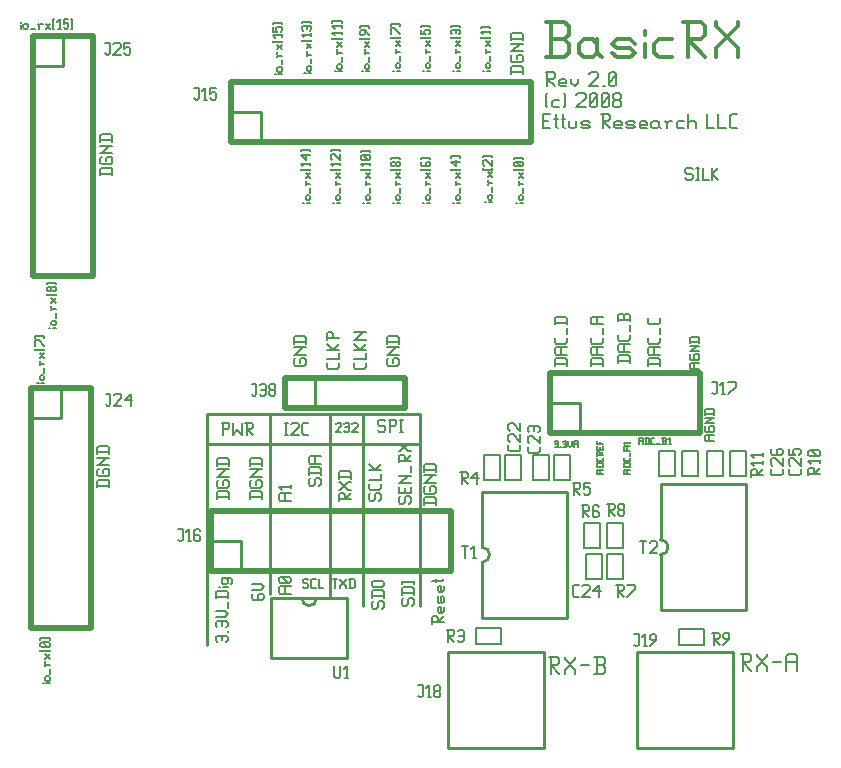
<source format=gbr>
G04 start of page 10 for group -4079 idx -4079
G04 Title: RX Daughterboard, topsilk *
G04 Creator: pcb 20070208 *
G04 CreationDate: Mon Dec 24 21:51:39 2007 UTC *
G04 For: matt *
G04 Format: Gerber/RS-274X *
G04 PCB-Dimensions: 275000 250000 *
G04 PCB-Coordinate-Origin: lower left *
%MOIN*%
%FSLAX24Y24*%
%LNFRONTSILK*%
%ADD11C,0.0100*%
%ADD12C,0.0060*%
%ADD20C,0.0200*%
%ADD29C,0.0119*%
G54D11*X6400Y11400D02*X13500D01*
X10500D02*Y5300D01*
X11600Y11400D02*Y5000D01*
X13500Y11400D02*Y5000D01*
X6400Y10400D02*X13500D01*
X6400Y3700D02*Y11400D01*
X8500D02*Y5400D01*
G54D12*X8850Y8500D02*X9200D01*
X8850D02*X8800Y8550D01*
Y8700D02*Y8550D01*
Y8700D02*X8850Y8750D01*
X9200D01*
X9000D02*Y8500D01*
X9200Y9020D02*Y8920D01*
X8800Y8970D02*X9200D01*
X8900Y8870D02*X8800Y8970D01*
X7830Y8610D02*X8230D01*
X7830Y8760D02*X7880Y8810D01*
X8180D01*
X8230Y8760D02*X8180Y8810D01*
X8230Y8760D02*Y8560D01*
X7830Y8760D02*Y8560D01*
Y9130D02*X7880Y9180D01*
X7830Y9130D02*Y8980D01*
X7880Y8930D02*X7830Y8980D01*
X7880Y8930D02*X8180D01*
X8230Y8980D01*
Y9130D02*Y8980D01*
Y9130D02*X8180Y9180D01*
X8080D02*X8180D01*
X8030Y9130D02*X8080Y9180D01*
X8030Y9130D02*Y9030D01*
X7830Y9300D02*X8230D01*
X7830D02*X7880D01*
X8130Y9550D01*
X7830D02*X8230D01*
X7830Y9720D02*X8230D01*
X7830Y9870D02*X7880Y9920D01*
X8180D01*
X8230Y9870D02*X8180Y9920D01*
X8230Y9870D02*Y9670D01*
X7830Y9870D02*Y9670D01*
X6730Y8610D02*X7130D01*
X6730Y8760D02*X6780Y8810D01*
X7080D01*
X7130Y8760D02*X7080Y8810D01*
X7130Y8760D02*Y8560D01*
X6730Y8760D02*Y8560D01*
Y9130D02*X6780Y9180D01*
X6730Y9130D02*Y8980D01*
X6780Y8930D02*X6730Y8980D01*
X6780Y8930D02*X7080D01*
X7130Y8980D01*
Y9130D02*Y8980D01*
Y9130D02*X7080Y9180D01*
X6980D02*X7080D01*
X6930Y9130D02*X6980Y9180D01*
X6930Y9130D02*Y9030D01*
X6730Y9300D02*X7130D01*
X6730D02*X6780D01*
X7030Y9550D01*
X6730D02*X7130D01*
X6730Y9720D02*X7130D01*
X6730Y9870D02*X6780Y9920D01*
X7080D01*
X7130Y9870D02*X7080Y9920D01*
X7130Y9870D02*Y9670D01*
X6730Y9870D02*Y9670D01*
X6750Y3800D02*X6700Y3850D01*
Y3950D02*Y3850D01*
Y3950D02*X6750Y4000D01*
X7050D01*
X7100Y3950D02*X7050Y4000D01*
X7100Y3950D02*Y3850D01*
X7050Y3800D02*X7100Y3850D01*
X6900Y4000D02*Y3850D01*
X7100Y4170D02*Y4120D01*
X6750Y4290D02*X6700Y4340D01*
Y4440D02*Y4340D01*
Y4440D02*X6750Y4490D01*
X7050D01*
X7100Y4440D02*X7050Y4490D01*
X7100Y4440D02*Y4340D01*
X7050Y4290D02*X7100Y4340D01*
X6900Y4490D02*Y4340D01*
X6700Y4610D02*X7000D01*
X7100Y4710D01*
X7000Y4810D01*
X6700D02*X7000D01*
X7100Y5130D02*Y4930D01*
X6700Y5300D02*X7100D01*
X6700Y5450D02*X6750Y5500D01*
X7050D01*
X7100Y5450D02*X7050Y5500D01*
X7100Y5450D02*Y5250D01*
X6700Y5450D02*Y5250D01*
X6800Y5620D02*X6850D01*
X6950D02*X7100D01*
X6900Y5870D02*X6950Y5920D01*
X6900Y5870D02*Y5770D01*
X6950Y5720D02*X6900Y5770D01*
X6950Y5720D02*X7050D01*
X7100Y5770D01*
Y5870D02*Y5770D01*
Y5870D02*X7050Y5920D01*
X7200Y5720D02*X7250Y5770D01*
Y5870D02*Y5770D01*
Y5870D02*X7200Y5920D01*
X6900D02*X7200D01*
X7900Y5350D02*X7950Y5400D01*
X7900Y5350D02*Y5250D01*
X7950Y5200D02*X7900Y5250D01*
X7950Y5200D02*X8250D01*
X8300Y5250D01*
X8100Y5350D02*X8150Y5400D01*
X8100Y5350D02*Y5200D01*
X8300Y5350D02*Y5250D01*
Y5350D02*X8250Y5400D01*
X8150D02*X8250D01*
X7900Y5520D02*X8200D01*
X8300Y5620D01*
X8200Y5720D01*
X7900D02*X8200D01*
X6950Y11100D02*Y10700D01*
X6900Y11100D02*X7100D01*
X7150Y11050D01*
Y10950D01*
X7100Y10900D02*X7150Y10950D01*
X6950Y10900D02*X7100D01*
X7270Y11100D02*Y10700D01*
X7420Y10850D01*
X7570Y10700D01*
Y11100D02*Y10700D01*
X7690Y11100D02*X7890D01*
X7940Y11050D01*
Y10950D01*
X7890Y10900D02*X7940Y10950D01*
X7740Y10900D02*X7890D01*
X7740Y11100D02*Y10700D01*
Y10900D02*X7940Y10700D01*
X758Y12440D02*X797D01*
X875D02*X992D01*
X875Y12518D02*X953D01*
X875D02*X836Y12557D01*
Y12635D02*Y12557D01*
Y12635D02*X875Y12674D01*
X953D01*
X992Y12635D02*X953Y12674D01*
X992Y12635D02*Y12557D01*
X953Y12518D02*X992Y12557D01*
Y12923D02*Y12767D01*
X875Y13056D02*X992D01*
X875D02*X836Y13095D01*
Y13173D02*Y13095D01*
Y13017D02*X875Y13056D01*
X836Y13267D02*X992Y13423D01*
Y13267D02*X836Y13423D01*
X680Y13555D02*Y13516D01*
X992D01*
Y13555D02*Y13516D01*
Y13649D02*X797Y13844D01*
X680D02*X797D01*
X680D02*Y13649D01*
Y13977D02*Y13938D01*
Y13977D02*X992D01*
Y13938D01*
X210Y24472D02*Y24433D01*
Y24355D02*Y24238D01*
X288Y24355D02*Y24277D01*
Y24355D02*X327Y24394D01*
X405D01*
X444Y24355D01*
Y24277D01*
X405Y24238D02*X444Y24277D01*
X327Y24238D02*X405D01*
X288Y24277D02*X327Y24238D01*
X537D02*X693D01*
X826Y24355D02*Y24238D01*
Y24355D02*X865Y24394D01*
X943D01*
X787D02*X826Y24355D01*
X1037Y24394D02*X1193Y24238D01*
X1037D02*X1193Y24394D01*
X1286Y24550D02*X1325D01*
X1286D02*Y24238D01*
X1325D01*
X1458D02*X1536D01*
X1497Y24550D02*Y24238D01*
X1419Y24472D02*X1497Y24550D01*
X1630D02*X1786D01*
X1630D02*Y24394D01*
X1669Y24433D01*
X1747D01*
X1786Y24394D01*
Y24277D01*
X1747Y24238D02*X1786Y24277D01*
X1669Y24238D02*X1747D01*
X1630Y24277D02*X1669Y24238D01*
X1879Y24550D02*X1918D01*
Y24238D01*
X1879D02*X1918D01*
X938Y2410D02*X977D01*
X1055D02*X1172D01*
X1055Y2488D02*X1133D01*
X1055D02*X1016Y2527D01*
Y2605D02*Y2527D01*
Y2605D02*X1055Y2644D01*
X1133D01*
X1172Y2605D02*X1133Y2644D01*
X1172Y2605D02*Y2527D01*
X1133Y2488D02*X1172Y2527D01*
Y2893D02*Y2737D01*
X1055Y3026D02*X1172D01*
X1055D02*X1016Y3065D01*
Y3143D02*Y3065D01*
Y2987D02*X1055Y3026D01*
X1016Y3237D02*X1172Y3393D01*
Y3237D02*X1016Y3393D01*
X860Y3525D02*Y3486D01*
X1172D01*
Y3525D02*Y3486D01*
X1133Y3619D02*X1172Y3658D01*
X899Y3619D02*X1133D01*
X899D02*X860Y3658D01*
Y3736D02*Y3658D01*
Y3736D02*X899Y3775D01*
X1133D01*
X1172Y3736D02*X1133Y3775D01*
X1172Y3736D02*Y3658D01*
X1094Y3619D02*X938Y3775D01*
X860Y3908D02*Y3869D01*
Y3908D02*X1172D01*
Y3869D01*
X1148Y14270D02*X1187D01*
X1265D02*X1382D01*
X1265Y14348D02*X1343D01*
X1265D02*X1226Y14387D01*
Y14465D02*Y14387D01*
Y14465D02*X1265Y14504D01*
X1343D01*
X1382Y14465D02*X1343Y14504D01*
X1382Y14465D02*Y14387D01*
X1343Y14348D02*X1382Y14387D01*
Y14753D02*Y14597D01*
X1265Y14886D02*X1382D01*
X1265D02*X1226Y14925D01*
Y15003D02*Y14925D01*
Y14847D02*X1265Y14886D01*
X1226Y15097D02*X1382Y15253D01*
Y15097D02*X1226Y15253D01*
X1070Y15385D02*Y15346D01*
X1382D01*
Y15385D02*Y15346D01*
X1343Y15479D02*X1382Y15518D01*
X1265Y15479D02*X1343D01*
X1265D02*X1226Y15518D01*
Y15596D02*Y15518D01*
Y15596D02*X1265Y15635D01*
X1343D01*
X1382Y15596D02*X1343Y15635D01*
X1382Y15596D02*Y15518D01*
X1187Y15479D02*X1226Y15518D01*
X1109Y15479D02*X1187D01*
X1109D02*X1070Y15518D01*
Y15596D02*Y15518D01*
Y15596D02*X1109Y15635D01*
X1187D01*
X1226Y15596D02*X1187Y15635D01*
X1070Y15768D02*Y15729D01*
Y15768D02*X1382D01*
Y15729D01*
X2850Y19400D02*X3250D01*
X2850Y19550D02*X2900Y19600D01*
X3200D01*
X3250Y19550D02*X3200Y19600D01*
X3250Y19550D02*Y19350D01*
X2850Y19550D02*Y19350D01*
Y19920D02*X2900Y19970D01*
X2850Y19920D02*Y19770D01*
X2900Y19720D02*X2850Y19770D01*
X2900Y19720D02*X3200D01*
X3250Y19770D01*
Y19920D02*Y19770D01*
Y19920D02*X3200Y19970D01*
X3100D02*X3200D01*
X3050Y19920D02*X3100Y19970D01*
X3050Y19920D02*Y19820D01*
X2850Y20090D02*X3250D01*
X2850D02*X2900D01*
X3150Y20340D01*
X2850D02*X3250D01*
X2850Y20510D02*X3250D01*
X2850Y20660D02*X2900Y20710D01*
X3200D01*
X3250Y20660D02*X3200Y20710D01*
X3250Y20660D02*Y20460D01*
X2850Y20660D02*Y20460D01*
X2750Y9000D02*X3150D01*
X2750Y9150D02*X2800Y9200D01*
X3100D01*
X3150Y9150D02*X3100Y9200D01*
X3150Y9150D02*Y8950D01*
X2750Y9150D02*Y8950D01*
Y9520D02*X2800Y9570D01*
X2750Y9520D02*Y9370D01*
X2800Y9320D02*X2750Y9370D01*
X2800Y9320D02*X3100D01*
X3150Y9370D01*
Y9520D02*Y9370D01*
Y9520D02*X3100Y9570D01*
X3000D02*X3100D01*
X2950Y9520D02*X3000Y9570D01*
X2950Y9520D02*Y9420D01*
X2750Y9690D02*X3150D01*
X2750D02*X2800D01*
X3050Y9940D01*
X2750D02*X3150D01*
X2750Y10110D02*X3150D01*
X2750Y10260D02*X2800Y10310D01*
X3100D01*
X3150Y10260D02*X3100Y10310D01*
X3150Y10260D02*Y10060D01*
X2750Y10260D02*Y10060D01*
X12800Y8600D02*X12850Y8650D01*
X12800Y8600D02*Y8450D01*
X12850Y8400D02*X12800Y8450D01*
X12850Y8400D02*X12950D01*
X13000Y8450D01*
Y8600D02*Y8450D01*
Y8600D02*X13050Y8650D01*
X13150D01*
X13200Y8600D02*X13150Y8650D01*
X13200Y8600D02*Y8450D01*
X13150Y8400D02*X13200Y8450D01*
X13000Y8920D02*Y8770D01*
X13200Y8970D02*Y8770D01*
X12800D02*X13200D01*
X12800Y8970D02*Y8770D01*
Y9090D02*X13200D01*
X12800D02*X12850D01*
X13100Y9340D01*
X12800D02*X13200D01*
Y9660D02*Y9460D01*
X12800Y9980D02*Y9780D01*
Y9980D02*X12850Y10030D01*
X12950D01*
X13000Y9980D02*X12950Y10030D01*
X13000Y9980D02*Y9830D01*
X12800D02*X13200D01*
X13000D02*X13200Y10030D01*
X12800Y10150D02*X12850D01*
X13100Y10400D01*
X13200D01*
X13100Y10150D02*X13200D01*
X13100D02*X12850Y10400D01*
X12800D02*X12850D01*
X11800Y8700D02*X11850Y8750D01*
X11800Y8700D02*Y8550D01*
X11850Y8500D02*X11800Y8550D01*
X11850Y8500D02*X11950D01*
X12000Y8550D01*
Y8700D02*Y8550D01*
Y8700D02*X12050Y8750D01*
X12150D01*
X12200Y8700D02*X12150Y8750D01*
X12200Y8700D02*Y8550D01*
X12150Y8500D02*X12200Y8550D01*
Y9070D02*Y8920D01*
X12150Y8870D02*X12200Y8920D01*
X11850Y8870D02*X12150D01*
X11850D02*X11800Y8920D01*
Y9070D02*Y8920D01*
Y9190D02*X12200D01*
Y9390D02*Y9190D01*
X11800Y9510D02*X12200D01*
X12000D02*X11800Y9710D01*
X12000Y9510D02*X12200Y9710D01*
X10800Y8700D02*Y8500D01*
Y8700D02*X10850Y8750D01*
X10950D01*
X11000Y8700D02*X10950Y8750D01*
X11000Y8700D02*Y8550D01*
X10800D02*X11200D01*
X11000D02*X11200Y8750D01*
X10800Y8870D02*X10850D01*
X11100Y9120D01*
X11200D01*
X11100Y8870D02*X11200D01*
X11100D02*X10850Y9120D01*
X10800D02*X10850D01*
X10800Y9290D02*X11200D01*
X10800Y9440D02*X10850Y9490D01*
X11150D01*
X11200Y9440D02*X11150Y9490D01*
X11200Y9440D02*Y9240D01*
X10800Y9440D02*Y9240D01*
X12300Y11200D02*X12350Y11150D01*
X12150Y11200D02*X12300D01*
X12100Y11150D02*X12150Y11200D01*
X12100Y11150D02*Y11050D01*
X12150Y11000D01*
X12300D01*
X12350Y10950D01*
Y10850D01*
X12300Y10800D02*X12350Y10850D01*
X12150Y10800D02*X12300D01*
X12100Y10850D02*X12150Y10800D01*
X12520Y11200D02*Y10800D01*
X12470Y11200D02*X12670D01*
X12720Y11150D01*
Y11050D01*
X12670Y11000D02*X12720Y11050D01*
X12520Y11000D02*X12670D01*
X12840Y11200D02*X12940D01*
X12890D02*Y10800D01*
X12840D02*X12940D01*
X8850Y5400D02*X9200D01*
X8850D02*X8800Y5450D01*
Y5600D02*Y5450D01*
Y5600D02*X8850Y5650D01*
X9200D01*
X9000D02*Y5400D01*
X9150Y5770D02*X9200Y5820D01*
X8850Y5770D02*X9150D01*
X8850D02*X8800Y5820D01*
Y5920D02*Y5820D01*
Y5920D02*X8850Y5970D01*
X9150D01*
X9200Y5920D02*X9150Y5970D01*
X9200Y5920D02*Y5820D01*
X9100Y5770D02*X8900Y5970D01*
X13630Y8410D02*X14030D01*
X13630Y8560D02*X13680Y8610D01*
X13980D01*
X14030Y8560D02*X13980Y8610D01*
X14030Y8560D02*Y8360D01*
X13630Y8560D02*Y8360D01*
Y8930D02*X13680Y8980D01*
X13630Y8930D02*Y8780D01*
X13680Y8730D02*X13630Y8780D01*
X13680Y8730D02*X13980D01*
X14030Y8780D01*
Y8930D02*Y8780D01*
Y8930D02*X13980Y8980D01*
X13880D02*X13980D01*
X13830Y8930D02*X13880Y8980D01*
X13830Y8930D02*Y8830D01*
X13630Y9100D02*X14030D01*
X13630D02*X13680D01*
X13930Y9350D01*
X13630D02*X14030D01*
X13630Y9520D02*X14030D01*
X13630Y9670D02*X13680Y9720D01*
X13980D01*
X14030Y9670D02*X13980Y9720D01*
X14030Y9670D02*Y9470D01*
X13630Y9670D02*Y9470D01*
X19428Y9400D02*X19624D01*
X19428D02*X19400Y9428D01*
Y9512D02*Y9428D01*
Y9512D02*X19428Y9540D01*
X19624D01*
X19512D02*Y9400D01*
X19400Y9635D02*X19624D01*
X19400Y9719D02*X19428Y9747D01*
X19596D01*
X19624Y9719D02*X19596Y9747D01*
X19624Y9719D02*Y9607D01*
X19400Y9719D02*Y9607D01*
X19624Y9926D02*Y9842D01*
X19596Y9814D02*X19624Y9842D01*
X19428Y9814D02*X19596D01*
X19428D02*X19400Y9842D01*
Y9926D02*Y9842D01*
Y10105D02*Y9993D01*
Y10105D02*X19428Y10133D01*
X19484D01*
X19512Y10105D02*X19484Y10133D01*
X19512Y10105D02*Y10021D01*
X19400D02*X19624D01*
X19512D02*X19624Y10133D01*
X19512Y10285D02*Y10201D01*
X19624Y10313D02*Y10201D01*
X19400D02*X19624D01*
X19400Y10313D02*Y10201D01*
Y10380D02*X19624D01*
X19400Y10492D02*Y10380D01*
X19512Y10464D02*Y10380D01*
X20800Y10572D02*Y10376D01*
Y10572D02*X20828Y10600D01*
X20912D01*
X20940Y10572D01*
Y10376D01*
X20800Y10488D02*X20940D01*
X21035Y10600D02*Y10376D01*
X21119Y10600D02*X21147Y10572D01*
Y10404D01*
X21119Y10376D02*X21147Y10404D01*
X21007Y10376D02*X21119D01*
X21007Y10600D02*X21119D01*
X21242Y10376D02*X21326D01*
X21214Y10404D02*X21242Y10376D01*
X21214Y10572D02*Y10404D01*
Y10572D02*X21242Y10600D01*
X21326D01*
X21393Y10376D02*X21505D01*
X21573D02*X21685D01*
X21713Y10404D01*
Y10460D02*Y10404D01*
X21685Y10488D02*X21713Y10460D01*
X21601Y10488D02*X21685D01*
X21601Y10600D02*Y10376D01*
X21573Y10600D02*X21685D01*
X21713Y10572D01*
Y10516D01*
X21685Y10488D02*X21713Y10516D01*
X21808Y10376D02*X21864D01*
X21836Y10600D02*Y10376D01*
X21780Y10544D02*X21836Y10600D01*
X18000Y10472D02*X18028Y10500D01*
X18084D01*
X18112Y10472D01*
Y10304D01*
X18084Y10276D02*X18112Y10304D01*
X18028Y10276D02*X18084D01*
X18000Y10304D02*X18028Y10276D01*
Y10388D02*X18112D01*
X18179Y10276D02*X18207D01*
X18274Y10472D02*X18302Y10500D01*
X18358D01*
X18386Y10472D01*
Y10304D01*
X18358Y10276D02*X18386Y10304D01*
X18302Y10276D02*X18358D01*
X18274Y10304D02*X18302Y10276D01*
Y10388D02*X18386D01*
X18453Y10500D02*Y10332D01*
X18509Y10276D01*
X18565Y10332D01*
Y10500D02*Y10332D01*
X18633Y10472D02*Y10276D01*
Y10472D02*X18661Y10500D01*
X18745D01*
X18773Y10472D01*
Y10276D01*
X18633Y10388D02*X18773D01*
X20328Y9400D02*X20524D01*
X20328D02*X20300Y9428D01*
Y9512D02*Y9428D01*
Y9512D02*X20328Y9540D01*
X20524D01*
X20412D02*Y9400D01*
X20300Y9635D02*X20524D01*
X20300Y9719D02*X20328Y9747D01*
X20496D01*
X20524Y9719D02*X20496Y9747D01*
X20524Y9719D02*Y9607D01*
X20300Y9719D02*Y9607D01*
X20524Y9926D02*Y9842D01*
X20496Y9814D02*X20524Y9842D01*
X20328Y9814D02*X20496D01*
X20328D02*X20300Y9842D01*
Y9926D02*Y9842D01*
X20524Y10105D02*Y9993D01*
X20328Y10173D02*X20524D01*
X20328D02*X20300Y10201D01*
Y10285D02*Y10201D01*
Y10285D02*X20328Y10313D01*
X20524D01*
X20412D02*Y10173D01*
X20524Y10464D02*Y10408D01*
X20300Y10436D02*X20524D01*
X20356Y10380D02*X20300Y10436D01*
X9800Y9200D02*X9850Y9250D01*
X9800Y9200D02*Y9050D01*
X9850Y9000D02*X9800Y9050D01*
X9850Y9000D02*X9950D01*
X10000Y9050D01*
Y9200D02*Y9050D01*
Y9200D02*X10050Y9250D01*
X10150D01*
X10200Y9200D02*X10150Y9250D01*
X10200Y9200D02*Y9050D01*
X10150Y9000D02*X10200Y9050D01*
X9800Y9420D02*X10200D01*
X9800Y9570D02*X9850Y9620D01*
X10150D01*
X10200Y9570D02*X10150Y9620D01*
X10200Y9570D02*Y9370D01*
X9800Y9570D02*Y9370D01*
X9850Y9740D02*X10200D01*
X9850D02*X9800Y9790D01*
Y9940D02*Y9790D01*
Y9940D02*X9850Y9990D01*
X10200D01*
X10000D02*Y9740D01*
X10700Y11061D02*X10739Y11100D01*
X10856D01*
X10895Y11061D01*
Y10983D01*
X10700Y10788D02*X10895Y10983D01*
X10700Y10788D02*X10895D01*
X10988Y11061D02*X11027Y11100D01*
X11105D01*
X11144Y11061D01*
Y10827D01*
X11105Y10788D02*X11144Y10827D01*
X11027Y10788D02*X11105D01*
X10988Y10827D02*X11027Y10788D01*
Y10944D02*X11144D01*
X11238Y11061D02*X11277Y11100D01*
X11394D01*
X11433Y11061D01*
Y10983D01*
X11238Y10788D02*X11433Y10983D01*
X11238Y10788D02*X11433D01*
X9000Y11100D02*X9100D01*
X9050D02*Y10700D01*
X9000D02*X9100D01*
X9220Y11050D02*X9270Y11100D01*
X9420D01*
X9470Y11050D01*
Y10950D01*
X9220Y10700D02*X9470Y10950D01*
X9220Y10700D02*X9470D01*
X9640D02*X9790D01*
X9590Y10750D02*X9640Y10700D01*
X9590Y11050D02*Y10750D01*
Y11050D02*X9640Y11100D01*
X9790D01*
X12400Y13200D02*X12450Y13250D01*
X12400Y13200D02*Y13050D01*
X12450Y13000D02*X12400Y13050D01*
X12450Y13000D02*X12750D01*
X12800Y13050D01*
Y13200D02*Y13050D01*
Y13200D02*X12750Y13250D01*
X12650D02*X12750D01*
X12600Y13200D02*X12650Y13250D01*
X12600Y13200D02*Y13100D01*
X12400Y13370D02*X12800D01*
X12400D02*X12450D01*
X12700Y13620D01*
X12400D02*X12800D01*
X12400Y13790D02*X12800D01*
X12400Y13940D02*X12450Y13990D01*
X12750D01*
X12800Y13940D02*X12750Y13990D01*
X12800Y13940D02*Y13740D01*
X12400Y13940D02*Y13740D01*
X22539Y12900D02*X22812D01*
X22539D02*X22500Y12939D01*
Y13056D02*Y12939D01*
Y13056D02*X22539Y13095D01*
X22812D01*
X22656D02*Y12900D01*
X22500Y13344D02*X22539Y13383D01*
X22500Y13344D02*Y13227D01*
X22539Y13188D02*X22500Y13227D01*
X22539Y13188D02*X22773D01*
X22812Y13227D01*
Y13344D02*Y13227D01*
Y13344D02*X22773Y13383D01*
X22695D02*X22773D01*
X22656Y13344D02*X22695Y13383D01*
X22656Y13344D02*Y13266D01*
X22500Y13477D02*X22812D01*
X22500D02*X22539D01*
X22734Y13672D01*
X22500D02*X22812D01*
X22500Y13805D02*X22812D01*
X22500Y13922D02*X22539Y13961D01*
X22773D01*
X22812Y13922D02*X22773Y13961D01*
X22812Y13922D02*Y13766D01*
X22500Y13922D02*Y13766D01*
X20100Y13150D02*X20500D01*
X20100Y13300D02*X20150Y13350D01*
X20450D01*
X20500Y13300D02*X20450Y13350D01*
X20500Y13300D02*Y13100D01*
X20100Y13300D02*Y13100D01*
X20150Y13470D02*X20500D01*
X20150D02*X20100Y13520D01*
Y13670D02*Y13520D01*
Y13670D02*X20150Y13720D01*
X20500D01*
X20300D02*Y13470D01*
X20500Y14040D02*Y13890D01*
X20450Y13840D02*X20500Y13890D01*
X20150Y13840D02*X20450D01*
X20150D02*X20100Y13890D01*
Y14040D02*Y13890D01*
X20500Y14360D02*Y14160D01*
Y14680D02*Y14480D01*
Y14680D02*X20450Y14730D01*
X20350D02*X20450D01*
X20300Y14680D02*X20350Y14730D01*
X20300Y14680D02*Y14530D01*
X20100D02*X20500D01*
X20100Y14680D02*Y14480D01*
Y14680D02*X20150Y14730D01*
X20250D01*
X20300Y14680D02*X20250Y14730D01*
X19200Y13050D02*X19600D01*
X19200Y13200D02*X19250Y13250D01*
X19550D01*
X19600Y13200D02*X19550Y13250D01*
X19600Y13200D02*Y13000D01*
X19200Y13200D02*Y13000D01*
X19250Y13370D02*X19600D01*
X19250D02*X19200Y13420D01*
Y13570D02*Y13420D01*
Y13570D02*X19250Y13620D01*
X19600D01*
X19400D02*Y13370D01*
X19600Y13940D02*Y13790D01*
X19550Y13740D02*X19600Y13790D01*
X19250Y13740D02*X19550D01*
X19250D02*X19200Y13790D01*
Y13940D02*Y13790D01*
X19600Y14260D02*Y14060D01*
X19250Y14380D02*X19600D01*
X19250D02*X19200Y14430D01*
Y14580D02*Y14430D01*
Y14580D02*X19250Y14630D01*
X19600D01*
X19400D02*Y14380D01*
X18000Y13050D02*X18400D01*
X18000Y13200D02*X18050Y13250D01*
X18350D01*
X18400Y13200D02*X18350Y13250D01*
X18400Y13200D02*Y13000D01*
X18000Y13200D02*Y13000D01*
X18050Y13370D02*X18400D01*
X18050D02*X18000Y13420D01*
Y13570D02*Y13420D01*
Y13570D02*X18050Y13620D01*
X18400D01*
X18200D02*Y13370D01*
X18400Y13940D02*Y13790D01*
X18350Y13740D02*X18400Y13790D01*
X18050Y13740D02*X18350D01*
X18050D02*X18000Y13790D01*
Y13940D02*Y13790D01*
X18400Y14260D02*Y14060D01*
X18000Y14430D02*X18400D01*
X18000Y14580D02*X18050Y14630D01*
X18350D01*
X18400Y14580D02*X18350Y14630D01*
X18400Y14580D02*Y14380D01*
X18000Y14580D02*Y14380D01*
X21100Y13050D02*X21500D01*
X21100Y13200D02*X21150Y13250D01*
X21450D01*
X21500Y13200D02*X21450Y13250D01*
X21500Y13200D02*Y13000D01*
X21100Y13200D02*Y13000D01*
X21150Y13370D02*X21500D01*
X21150D02*X21100Y13420D01*
Y13570D02*Y13420D01*
Y13570D02*X21150Y13620D01*
X21500D01*
X21300D02*Y13370D01*
X21500Y13940D02*Y13790D01*
X21450Y13740D02*X21500Y13790D01*
X21150Y13740D02*X21450D01*
X21150D02*X21100Y13790D01*
Y13940D02*Y13790D01*
X21500Y14260D02*Y14060D01*
Y14580D02*Y14430D01*
X21450Y14380D02*X21500Y14430D01*
X21150Y14380D02*X21450D01*
X21150D02*X21100Y14430D01*
Y14580D02*Y14430D01*
X15688Y18460D02*X15727D01*
X15805D02*X15922D01*
X15805Y18538D02*X15883D01*
X15805D02*X15766Y18577D01*
Y18655D02*Y18577D01*
Y18655D02*X15805Y18694D01*
X15883D01*
X15922Y18655D02*X15883Y18694D01*
X15922Y18655D02*Y18577D01*
X15883Y18538D02*X15922Y18577D01*
Y18943D02*Y18787D01*
X15805Y19076D02*X15922D01*
X15805D02*X15766Y19115D01*
Y19193D02*Y19115D01*
Y19037D02*X15805Y19076D01*
X15766Y19287D02*X15922Y19443D01*
Y19287D02*X15766Y19443D01*
X15610Y19575D02*Y19536D01*
X15922D01*
Y19575D02*Y19536D01*
X15649Y19669D02*X15610Y19708D01*
Y19825D02*Y19708D01*
Y19825D02*X15649Y19864D01*
X15727D01*
X15922Y19669D02*X15727Y19864D01*
X15922D02*Y19669D01*
X15610Y19997D02*Y19958D01*
Y19997D02*X15922D01*
Y19958D01*
X12618Y18440D02*X12657D01*
X12735D02*X12852D01*
X12735Y18518D02*X12813D01*
X12735D02*X12696Y18557D01*
Y18635D02*Y18557D01*
Y18635D02*X12735Y18674D01*
X12813D01*
X12852Y18635D02*X12813Y18674D01*
X12852Y18635D02*Y18557D01*
X12813Y18518D02*X12852Y18557D01*
Y18923D02*Y18767D01*
X12735Y19056D02*X12852D01*
X12735D02*X12696Y19095D01*
Y19173D02*Y19095D01*
Y19017D02*X12735Y19056D01*
X12696Y19267D02*X12852Y19423D01*
Y19267D02*X12696Y19423D01*
X12540Y19555D02*Y19516D01*
X12852D01*
Y19555D02*Y19516D01*
X12813Y19649D02*X12852Y19688D01*
X12735Y19649D02*X12813D01*
X12735D02*X12696Y19688D01*
Y19766D02*Y19688D01*
Y19766D02*X12735Y19805D01*
X12813D01*
X12852Y19766D02*X12813Y19805D01*
X12852Y19766D02*Y19688D01*
X12657Y19649D02*X12696Y19688D01*
X12579Y19649D02*X12657D01*
X12579D02*X12540Y19688D01*
Y19766D02*Y19688D01*
Y19766D02*X12579Y19805D01*
X12657D01*
X12696Y19766D02*X12657Y19805D01*
X12540Y19938D02*Y19899D01*
Y19938D02*X12852D01*
Y19899D01*
X13618Y18440D02*X13657D01*
X13735D02*X13852D01*
X13735Y18518D02*X13813D01*
X13735D02*X13696Y18557D01*
Y18635D02*Y18557D01*
Y18635D02*X13735Y18674D01*
X13813D01*
X13852Y18635D02*X13813Y18674D01*
X13852Y18635D02*Y18557D01*
X13813Y18518D02*X13852Y18557D01*
Y18923D02*Y18767D01*
X13735Y19056D02*X13852D01*
X13735D02*X13696Y19095D01*
Y19173D02*Y19095D01*
Y19017D02*X13735Y19056D01*
X13696Y19267D02*X13852Y19423D01*
Y19267D02*X13696Y19423D01*
X13540Y19555D02*Y19516D01*
X13852D01*
Y19555D02*Y19516D01*
X13540Y19766D02*X13579Y19805D01*
X13540Y19766D02*Y19688D01*
X13579Y19649D02*X13540Y19688D01*
X13579Y19649D02*X13813D01*
X13852Y19688D01*
X13696Y19766D02*X13735Y19805D01*
X13696Y19766D02*Y19649D01*
X13852Y19766D02*Y19688D01*
Y19766D02*X13813Y19805D01*
X13735D02*X13813D01*
X13540Y19938D02*Y19899D01*
Y19938D02*X13852D01*
Y19899D01*
X14618Y18440D02*X14657D01*
X14735D02*X14852D01*
X14735Y18518D02*X14813D01*
X14735D02*X14696Y18557D01*
Y18635D02*Y18557D01*
Y18635D02*X14735Y18674D01*
X14813D01*
X14852Y18635D02*X14813Y18674D01*
X14852Y18635D02*Y18557D01*
X14813Y18518D02*X14852Y18557D01*
Y18923D02*Y18767D01*
X14735Y19056D02*X14852D01*
X14735D02*X14696Y19095D01*
Y19173D02*Y19095D01*
Y19017D02*X14735Y19056D01*
X14696Y19267D02*X14852Y19423D01*
Y19267D02*X14696Y19423D01*
X14540Y19555D02*Y19516D01*
X14852D01*
Y19555D02*Y19516D01*
X14696Y19649D02*X14540Y19805D01*
X14696Y19844D02*Y19649D01*
X14540Y19805D02*X14852D01*
X14540Y19977D02*Y19938D01*
Y19977D02*X14852D01*
Y19938D01*
X16718Y18440D02*X16757D01*
X16835D02*X16952D01*
X16835Y18518D02*X16913D01*
X16835D02*X16796Y18557D01*
Y18635D02*Y18557D01*
Y18635D02*X16835Y18674D01*
X16913D01*
X16952Y18635D02*X16913Y18674D01*
X16952Y18635D02*Y18557D01*
X16913Y18518D02*X16952Y18557D01*
Y18923D02*Y18767D01*
X16835Y19056D02*X16952D01*
X16835D02*X16796Y19095D01*
Y19173D02*Y19095D01*
Y19017D02*X16835Y19056D01*
X16796Y19267D02*X16952Y19423D01*
Y19267D02*X16796Y19423D01*
X16640Y19555D02*Y19516D01*
X16952D01*
Y19555D02*Y19516D01*
X16913Y19649D02*X16952Y19688D01*
X16679Y19649D02*X16913D01*
X16679D02*X16640Y19688D01*
Y19766D02*Y19688D01*
Y19766D02*X16679Y19805D01*
X16913D01*
X16952Y19766D02*X16913Y19805D01*
X16952Y19766D02*Y19688D01*
X16874Y19649D02*X16718Y19805D01*
X16640Y19938D02*Y19899D01*
Y19938D02*X16952D01*
Y19899D01*
X10800Y13100D02*Y12950D01*
X10750Y12900D02*X10800Y12950D01*
X10450Y12900D02*X10750D01*
X10450D02*X10400Y12950D01*
Y13100D02*Y12950D01*
Y13220D02*X10800D01*
Y13420D02*Y13220D01*
X10400Y13540D02*X10800D01*
X10600D02*X10400Y13740D01*
X10600Y13540D02*X10800Y13740D01*
X10400Y13910D02*X10800D01*
X10400Y14060D02*Y13860D01*
Y14060D02*X10450Y14110D01*
X10550D01*
X10600Y14060D02*X10550Y14110D01*
X10600Y14060D02*Y13910D01*
X11700Y13100D02*Y12950D01*
X11650Y12900D02*X11700Y12950D01*
X11350Y12900D02*X11650D01*
X11350D02*X11300Y12950D01*
Y13100D02*Y12950D01*
Y13220D02*X11700D01*
Y13420D02*Y13220D01*
X11300Y13540D02*X11700D01*
X11500D02*X11300Y13740D01*
X11500Y13540D02*X11700Y13740D01*
X11300Y13860D02*X11700D01*
X11300D02*X11350D01*
X11600Y14110D01*
X11300D02*X11700D01*
X9300Y13200D02*X9350Y13250D01*
X9300Y13200D02*Y13050D01*
X9350Y13000D02*X9300Y13050D01*
X9350Y13000D02*X9650D01*
X9700Y13050D01*
Y13200D02*Y13050D01*
Y13200D02*X9650Y13250D01*
X9550D02*X9650D01*
X9500Y13200D02*X9550Y13250D01*
X9500Y13200D02*Y13100D01*
X9300Y13370D02*X9700D01*
X9300D02*X9350D01*
X9600Y13620D01*
X9300D02*X9700D01*
X9300Y13790D02*X9700D01*
X9300Y13940D02*X9350Y13990D01*
X9650D01*
X9700Y13940D02*X9650Y13990D01*
X9700Y13940D02*Y13740D01*
X9300Y13940D02*Y13740D01*
X14618Y22840D02*X14657D01*
X14735D02*X14852D01*
X14735Y22918D02*X14813D01*
X14735D02*X14696Y22957D01*
Y23035D02*Y22957D01*
Y23035D02*X14735Y23074D01*
X14813D01*
X14852Y23035D02*X14813Y23074D01*
X14852Y23035D02*Y22957D01*
X14813Y22918D02*X14852Y22957D01*
Y23323D02*Y23167D01*
X14735Y23456D02*X14852D01*
X14735D02*X14696Y23495D01*
Y23573D02*Y23495D01*
Y23417D02*X14735Y23456D01*
X14696Y23667D02*X14852Y23823D01*
Y23667D02*X14696Y23823D01*
X14540Y23955D02*Y23916D01*
X14852D01*
Y23955D02*Y23916D01*
X14579Y24049D02*X14540Y24088D01*
Y24166D02*Y24088D01*
Y24166D02*X14579Y24205D01*
X14813D01*
X14852Y24166D02*X14813Y24205D01*
X14852Y24166D02*Y24088D01*
X14813Y24049D02*X14852Y24088D01*
X14696Y24205D02*Y24088D01*
X14540Y24338D02*Y24299D01*
Y24338D02*X14852D01*
Y24299D01*
X13618Y22840D02*X13657D01*
X13735D02*X13852D01*
X13735Y22918D02*X13813D01*
X13735D02*X13696Y22957D01*
Y23035D02*Y22957D01*
Y23035D02*X13735Y23074D01*
X13813D01*
X13852Y23035D02*X13813Y23074D01*
X13852Y23035D02*Y22957D01*
X13813Y22918D02*X13852Y22957D01*
Y23323D02*Y23167D01*
X13735Y23456D02*X13852D01*
X13735D02*X13696Y23495D01*
Y23573D02*Y23495D01*
Y23417D02*X13735Y23456D01*
X13696Y23667D02*X13852Y23823D01*
Y23667D02*X13696Y23823D01*
X13540Y23955D02*Y23916D01*
X13852D01*
Y23955D02*Y23916D01*
X13540Y24205D02*Y24049D01*
X13696D01*
X13657Y24088D01*
Y24166D02*Y24088D01*
Y24166D02*X13696Y24205D01*
X13813D01*
X13852Y24166D02*X13813Y24205D01*
X13852Y24166D02*Y24088D01*
X13813Y24049D02*X13852Y24088D01*
X13540Y24338D02*Y24299D01*
Y24338D02*X13852D01*
Y24299D01*
X12618Y22840D02*X12657D01*
X12735D02*X12852D01*
X12735Y22918D02*X12813D01*
X12735D02*X12696Y22957D01*
Y23035D02*Y22957D01*
Y23035D02*X12735Y23074D01*
X12813D01*
X12852Y23035D02*X12813Y23074D01*
X12852Y23035D02*Y22957D01*
X12813Y22918D02*X12852Y22957D01*
Y23323D02*Y23167D01*
X12735Y23456D02*X12852D01*
X12735D02*X12696Y23495D01*
Y23573D02*Y23495D01*
Y23417D02*X12735Y23456D01*
X12696Y23667D02*X12852Y23823D01*
Y23667D02*X12696Y23823D01*
X12540Y23955D02*Y23916D01*
X12852D01*
Y23955D02*Y23916D01*
Y24049D02*X12657Y24244D01*
X12540D02*X12657D01*
X12540D02*Y24049D01*
Y24377D02*Y24338D01*
Y24377D02*X12852D01*
Y24338D01*
X11588Y22810D02*X11627D01*
X11705D02*X11822D01*
X11705Y22888D02*X11783D01*
X11705D02*X11666Y22927D01*
Y23005D02*Y22927D01*
Y23005D02*X11705Y23044D01*
X11783D01*
X11822Y23005D02*X11783Y23044D01*
X11822Y23005D02*Y22927D01*
X11783Y22888D02*X11822Y22927D01*
Y23293D02*Y23137D01*
X11705Y23426D02*X11822D01*
X11705D02*X11666Y23465D01*
Y23543D02*Y23465D01*
Y23387D02*X11705Y23426D01*
X11666Y23637D02*X11822Y23793D01*
Y23637D02*X11666Y23793D01*
X11510Y23925D02*Y23886D01*
X11822D01*
Y23925D02*Y23886D01*
Y24019D02*X11666Y24175D01*
X11549D02*X11666D01*
X11510Y24136D02*X11549Y24175D01*
X11510Y24136D02*Y24058D01*
X11549Y24019D02*X11510Y24058D01*
X11549Y24019D02*X11627D01*
X11666Y24058D01*
Y24175D02*Y24058D01*
X11510Y24308D02*Y24269D01*
Y24308D02*X11822D01*
Y24269D01*
X15618Y22840D02*X15657D01*
X15735D02*X15852D01*
X15735Y22918D02*X15813D01*
X15735D02*X15696Y22957D01*
Y23035D02*Y22957D01*
Y23035D02*X15735Y23074D01*
X15813D01*
X15852Y23035D02*X15813Y23074D01*
X15852Y23035D02*Y22957D01*
X15813Y22918D02*X15852Y22957D01*
Y23323D02*Y23167D01*
X15735Y23456D02*X15852D01*
X15735D02*X15696Y23495D01*
Y23573D02*Y23495D01*
Y23417D02*X15735Y23456D01*
X15696Y23667D02*X15852Y23823D01*
Y23667D02*X15696Y23823D01*
X15540Y23955D02*Y23916D01*
X15852D01*
Y23955D02*Y23916D01*
Y24166D02*Y24088D01*
X15540Y24127D02*X15852D01*
X15618Y24049D02*X15540Y24127D01*
Y24299D02*Y24260D01*
Y24299D02*X15852D01*
Y24260D01*
X16540Y22790D02*X16940D01*
X16540Y22940D02*X16590Y22990D01*
X16890D01*
X16940Y22940D02*X16890Y22990D01*
X16940Y22940D02*Y22740D01*
X16540Y22940D02*Y22740D01*
Y23310D02*X16590Y23360D01*
X16540Y23310D02*Y23160D01*
X16590Y23110D02*X16540Y23160D01*
X16590Y23110D02*X16890D01*
X16940Y23160D01*
Y23310D02*Y23160D01*
Y23310D02*X16890Y23360D01*
X16790D02*X16890D01*
X16740Y23310D02*X16790Y23360D01*
X16740Y23310D02*Y23210D01*
X16540Y23480D02*X16940D01*
X16540D02*X16590D01*
X16840Y23730D01*
X16540D02*X16940D01*
X16540Y23900D02*X16940D01*
X16540Y24050D02*X16590Y24100D01*
X16890D01*
X16940Y24050D02*X16890Y24100D01*
X16940Y24050D02*Y23850D01*
X16540Y24050D02*Y23850D01*
X10668Y22810D02*X10707D01*
X10785D02*X10902D01*
X10785Y22888D02*X10863D01*
X10785D02*X10746Y22927D01*
Y23005D02*Y22927D01*
Y23005D02*X10785Y23044D01*
X10863D01*
X10902Y23005D02*X10863Y23044D01*
X10902Y23005D02*Y22927D01*
X10863Y22888D02*X10902Y22927D01*
Y23293D02*Y23137D01*
X10785Y23426D02*X10902D01*
X10785D02*X10746Y23465D01*
Y23543D02*Y23465D01*
Y23387D02*X10785Y23426D01*
X10746Y23637D02*X10902Y23793D01*
Y23637D02*X10746Y23793D01*
X10590Y23925D02*Y23886D01*
X10902D01*
Y23925D02*Y23886D01*
Y24136D02*Y24058D01*
X10590Y24097D02*X10902D01*
X10668Y24019D02*X10590Y24097D01*
X10902Y24347D02*Y24269D01*
X10590Y24308D02*X10902D01*
X10668Y24230D02*X10590Y24308D01*
Y24479D02*Y24440D01*
Y24479D02*X10902D01*
Y24440D01*
X11618Y18440D02*X11657D01*
X11735D02*X11852D01*
X11735Y18518D02*X11813D01*
X11735D02*X11696Y18557D01*
Y18635D02*Y18557D01*
Y18635D02*X11735Y18674D01*
X11813D01*
X11852Y18635D02*X11813Y18674D01*
X11852Y18635D02*Y18557D01*
X11813Y18518D02*X11852Y18557D01*
Y18923D02*Y18767D01*
X11735Y19056D02*X11852D01*
X11735D02*X11696Y19095D01*
Y19173D02*Y19095D01*
Y19017D02*X11735Y19056D01*
X11696Y19267D02*X11852Y19423D01*
Y19267D02*X11696Y19423D01*
X11540Y19555D02*Y19516D01*
X11852D01*
Y19555D02*Y19516D01*
Y19766D02*Y19688D01*
X11540Y19727D02*X11852D01*
X11618Y19649D02*X11540Y19727D01*
X11813Y19860D02*X11852Y19899D01*
X11579Y19860D02*X11813D01*
X11579D02*X11540Y19899D01*
Y19977D02*Y19899D01*
Y19977D02*X11579Y20016D01*
X11813D01*
X11852Y19977D02*X11813Y20016D01*
X11852Y19977D02*Y19899D01*
X11774Y19860D02*X11618Y20016D01*
X11540Y20148D02*Y20109D01*
Y20148D02*X11852D01*
Y20109D01*
X10618Y18440D02*X10657D01*
X10735D02*X10852D01*
X10735Y18518D02*X10813D01*
X10735D02*X10696Y18557D01*
Y18635D02*Y18557D01*
Y18635D02*X10735Y18674D01*
X10813D01*
X10852Y18635D02*X10813Y18674D01*
X10852Y18635D02*Y18557D01*
X10813Y18518D02*X10852Y18557D01*
Y18923D02*Y18767D01*
X10735Y19056D02*X10852D01*
X10735D02*X10696Y19095D01*
Y19173D02*Y19095D01*
Y19017D02*X10735Y19056D01*
X10696Y19267D02*X10852Y19423D01*
Y19267D02*X10696Y19423D01*
X10540Y19555D02*Y19516D01*
X10852D01*
Y19555D02*Y19516D01*
Y19766D02*Y19688D01*
X10540Y19727D02*X10852D01*
X10618Y19649D02*X10540Y19727D01*
X10579Y19860D02*X10540Y19899D01*
Y20016D02*Y19899D01*
Y20016D02*X10579Y20055D01*
X10657D01*
X10852Y19860D02*X10657Y20055D01*
X10852D02*Y19860D01*
X10540Y20187D02*Y20148D01*
Y20187D02*X10852D01*
Y20148D01*
X9658Y22750D02*X9697D01*
X9775D02*X9892D01*
X9775Y22828D02*X9853D01*
X9775D02*X9736Y22867D01*
Y22945D02*Y22867D01*
Y22945D02*X9775Y22984D01*
X9853D01*
X9892Y22945D02*X9853Y22984D01*
X9892Y22945D02*Y22867D01*
X9853Y22828D02*X9892Y22867D01*
Y23233D02*Y23077D01*
X9775Y23366D02*X9892D01*
X9775D02*X9736Y23405D01*
Y23483D02*Y23405D01*
Y23327D02*X9775Y23366D01*
X9736Y23577D02*X9892Y23733D01*
Y23577D02*X9736Y23733D01*
X9580Y23865D02*Y23826D01*
X9892D01*
Y23865D02*Y23826D01*
Y24076D02*Y23998D01*
X9580Y24037D02*X9892D01*
X9658Y23959D02*X9580Y24037D01*
X9619Y24170D02*X9580Y24209D01*
Y24287D02*Y24209D01*
Y24287D02*X9619Y24326D01*
X9853D01*
X9892Y24287D02*X9853Y24326D01*
X9892Y24287D02*Y24209D01*
X9853Y24170D02*X9892Y24209D01*
X9736Y24326D02*Y24209D01*
X9580Y24458D02*Y24419D01*
Y24458D02*X9892D01*
Y24419D01*
X9618Y18440D02*X9657D01*
X9735D02*X9852D01*
X9735Y18518D02*X9813D01*
X9735D02*X9696Y18557D01*
Y18635D02*Y18557D01*
Y18635D02*X9735Y18674D01*
X9813D01*
X9852Y18635D02*X9813Y18674D01*
X9852Y18635D02*Y18557D01*
X9813Y18518D02*X9852Y18557D01*
Y18923D02*Y18767D01*
X9735Y19056D02*X9852D01*
X9735D02*X9696Y19095D01*
Y19173D02*Y19095D01*
Y19017D02*X9735Y19056D01*
X9696Y19267D02*X9852Y19423D01*
Y19267D02*X9696Y19423D01*
X9540Y19555D02*Y19516D01*
X9852D01*
Y19555D02*Y19516D01*
Y19766D02*Y19688D01*
X9540Y19727D02*X9852D01*
X9618Y19649D02*X9540Y19727D01*
X9696Y19860D02*X9540Y20016D01*
X9696Y20055D02*Y19860D01*
X9540Y20016D02*X9852D01*
X9540Y20187D02*Y20148D01*
Y20187D02*X9852D01*
Y20148D01*
X8678Y22720D02*X8717D01*
X8795D02*X8912D01*
X8795Y22798D02*X8873D01*
X8795D02*X8756Y22837D01*
Y22915D02*Y22837D01*
Y22915D02*X8795Y22954D01*
X8873D01*
X8912Y22915D02*X8873Y22954D01*
X8912Y22915D02*Y22837D01*
X8873Y22798D02*X8912Y22837D01*
Y23203D02*Y23047D01*
X8795Y23336D02*X8912D01*
X8795D02*X8756Y23375D01*
Y23453D02*Y23375D01*
Y23297D02*X8795Y23336D01*
X8756Y23547D02*X8912Y23703D01*
Y23547D02*X8756Y23703D01*
X8600Y23835D02*Y23796D01*
X8912D01*
Y23835D02*Y23796D01*
Y24046D02*Y23968D01*
X8600Y24007D02*X8912D01*
X8678Y23929D02*X8600Y24007D01*
Y24296D02*Y24140D01*
X8756D01*
X8717Y24179D01*
Y24257D02*Y24179D01*
Y24257D02*X8756Y24296D01*
X8873D01*
X8912Y24257D02*X8873Y24296D01*
X8912Y24257D02*Y24179D01*
X8873Y24140D02*X8912Y24179D01*
X8600Y24428D02*Y24389D01*
Y24428D02*X8912D01*
Y24389D01*
G54D29*X17720Y23278D02*X18316D01*
X18465Y23427D01*
Y23725D02*Y23427D01*
X18316Y23874D02*X18465Y23725D01*
X17869Y23874D02*X18316D01*
X17869Y24470D02*Y23278D01*
X17720Y24470D02*X18316D01*
X18465Y24321D01*
Y24023D01*
X18316Y23874D02*X18465Y24023D01*
X19269Y23874D02*X19418Y23725D01*
X18971Y23874D02*X19269D01*
X18822Y23725D02*X18971Y23874D01*
X18822Y23725D02*Y23427D01*
X18971Y23278D01*
X19418Y23874D02*Y23427D01*
X19567Y23278D01*
X18971D02*X19269D01*
X19418Y23427D01*
X20074Y23278D02*X20521D01*
X20670Y23427D01*
X20521Y23576D02*X20670Y23427D01*
X20074Y23576D02*X20521D01*
X19925Y23725D02*X20074Y23576D01*
X19925Y23725D02*X20074Y23874D01*
X20521D01*
X20670Y23725D01*
X19925Y23427D02*X20074Y23278D01*
X21028Y24172D02*Y24023D01*
Y23725D02*Y23278D01*
X21475Y23874D02*X21922D01*
X21326Y23725D02*X21475Y23874D01*
X21326Y23725D02*Y23427D01*
X21475Y23278D01*
X21922D01*
X22280Y24470D02*X22876D01*
X23025Y24321D01*
Y24023D01*
X22876Y23874D02*X23025Y24023D01*
X22429Y23874D02*X22876D01*
X22429Y24470D02*Y23278D01*
Y23874D02*X23025Y23278D01*
X23383Y24470D02*Y24321D01*
X24128Y23576D01*
Y23278D01*
X23383Y23576D02*Y23278D01*
Y23576D02*X24128Y24321D01*
Y24470D02*Y24321D01*
G54D12*X17700Y22800D02*X17944D01*
X18005Y22739D01*
Y22617D01*
X17944Y22556D02*X18005Y22617D01*
X17761Y22556D02*X17944D01*
X17761Y22800D02*Y22312D01*
Y22556D02*X18005Y22312D01*
X18212D02*X18395D01*
X18151Y22373D02*X18212Y22312D01*
X18151Y22495D02*Y22373D01*
Y22495D02*X18212Y22556D01*
X18334D01*
X18395Y22495D01*
X18151Y22434D02*X18395D01*
Y22495D02*Y22434D01*
X18542Y22556D02*Y22434D01*
X18664Y22312D01*
X18786Y22434D01*
Y22556D02*Y22434D01*
X19152Y22739D02*X19213Y22800D01*
X19396D01*
X19457Y22739D01*
Y22617D01*
X19152Y22312D02*X19457Y22617D01*
X19152Y22312D02*X19457D01*
X19603D02*X19664D01*
X19811Y22373D02*X19872Y22312D01*
X19811Y22739D02*Y22373D01*
Y22739D02*X19872Y22800D01*
X19994D01*
X20055Y22739D01*
Y22373D01*
X19994Y22312D02*X20055Y22373D01*
X19872Y22312D02*X19994D01*
X19811Y22434D02*X20055Y22678D01*
X17700Y21673D02*X17761Y21612D01*
X17700Y22039D02*X17761Y22100D01*
X17700Y22039D02*Y21673D01*
X17968Y21856D02*X18151D01*
X17907Y21795D02*X17968Y21856D01*
X17907Y21795D02*Y21673D01*
X17968Y21612D01*
X18151D01*
X18298Y22100D02*X18359Y22039D01*
Y21673D01*
X18298Y21612D02*X18359Y21673D01*
X18725Y22039D02*X18786Y22100D01*
X18969D01*
X19030Y22039D01*
Y21917D01*
X18725Y21612D02*X19030Y21917D01*
X18725Y21612D02*X19030D01*
X19176Y21673D02*X19237Y21612D01*
X19176Y22039D02*Y21673D01*
Y22039D02*X19237Y22100D01*
X19359D01*
X19420Y22039D01*
Y21673D01*
X19359Y21612D02*X19420Y21673D01*
X19237Y21612D02*X19359D01*
X19176Y21734D02*X19420Y21978D01*
X19567Y21673D02*X19628Y21612D01*
X19567Y22039D02*Y21673D01*
Y22039D02*X19628Y22100D01*
X19750D01*
X19811Y22039D01*
Y21673D01*
X19750Y21612D02*X19811Y21673D01*
X19628Y21612D02*X19750D01*
X19567Y21734D02*X19811Y21978D01*
X19957Y21673D02*X20018Y21612D01*
X19957Y21795D02*Y21673D01*
Y21795D02*X20018Y21856D01*
X20140D01*
X20201Y21795D01*
Y21673D01*
X20140Y21612D02*X20201Y21673D01*
X20018Y21612D02*X20140D01*
X19957Y21917D02*X20018Y21856D01*
X19957Y22039D02*Y21917D01*
Y22039D02*X20018Y22100D01*
X20140D01*
X20201Y22039D01*
Y21917D01*
X20140Y21856D02*X20201Y21917D01*
X17600Y21156D02*X17783D01*
X17600Y20912D02*X17844D01*
X17600Y21400D02*Y20912D01*
Y21400D02*X17844D01*
X18051D02*Y20973D01*
X18112Y20912D01*
X17990Y21217D02*X18112D01*
X18295Y21400D02*Y20973D01*
X18356Y20912D01*
X18234Y21217D02*X18356D01*
X18478Y21156D02*Y20973D01*
X18539Y20912D01*
X18661D01*
X18722Y20973D01*
Y21156D02*Y20973D01*
X18930Y20912D02*X19113D01*
X19174Y20973D01*
X19113Y21034D02*X19174Y20973D01*
X18930Y21034D02*X19113D01*
X18869Y21095D02*X18930Y21034D01*
X18869Y21095D02*X18930Y21156D01*
X19113D01*
X19174Y21095D01*
X18869Y20973D02*X18930Y20912D01*
X19540Y21400D02*X19784D01*
X19845Y21339D01*
Y21217D01*
X19784Y21156D02*X19845Y21217D01*
X19601Y21156D02*X19784D01*
X19601Y21400D02*Y20912D01*
Y21156D02*X19845Y20912D01*
X20052D02*X20235D01*
X19991Y20973D02*X20052Y20912D01*
X19991Y21095D02*Y20973D01*
Y21095D02*X20052Y21156D01*
X20174D01*
X20235Y21095D01*
X19991Y21034D02*X20235D01*
Y21095D02*Y21034D01*
X20443Y20912D02*X20626D01*
X20687Y20973D01*
X20626Y21034D02*X20687Y20973D01*
X20443Y21034D02*X20626D01*
X20382Y21095D02*X20443Y21034D01*
X20382Y21095D02*X20443Y21156D01*
X20626D01*
X20687Y21095D01*
X20382Y20973D02*X20443Y20912D01*
X20894D02*X21077D01*
X20833Y20973D02*X20894Y20912D01*
X20833Y21095D02*Y20973D01*
Y21095D02*X20894Y21156D01*
X21016D01*
X21077Y21095D01*
X20833Y21034D02*X21077D01*
Y21095D02*Y21034D01*
X21407Y21156D02*X21468Y21095D01*
X21285Y21156D02*X21407D01*
X21224Y21095D02*X21285Y21156D01*
X21224Y21095D02*Y20973D01*
X21285Y20912D01*
X21468Y21156D02*Y20973D01*
X21529Y20912D01*
X21285D02*X21407D01*
X21468Y20973D01*
X21737Y21095D02*Y20912D01*
Y21095D02*X21798Y21156D01*
X21920D01*
X21676D02*X21737Y21095D01*
X22127Y21156D02*X22310D01*
X22066Y21095D02*X22127Y21156D01*
X22066Y21095D02*Y20973D01*
X22127Y20912D01*
X22310D01*
X22457Y21400D02*Y20912D01*
Y21095D02*X22518Y21156D01*
X22640D01*
X22701Y21095D01*
Y20912D01*
X23067Y21400D02*Y20912D01*
X23311D01*
X23457Y21400D02*Y20912D01*
X23701D01*
X23909D02*X24092D01*
X23848Y20973D02*X23909Y20912D01*
X23848Y21339D02*Y20973D01*
Y21339D02*X23909Y21400D01*
X24092D01*
X22550Y19600D02*X22600Y19550D01*
X22400Y19600D02*X22550D01*
X22350Y19550D02*X22400Y19600D01*
X22350Y19550D02*Y19450D01*
X22400Y19400D01*
X22550D01*
X22600Y19350D01*
Y19250D01*
X22550Y19200D02*X22600Y19250D01*
X22400Y19200D02*X22550D01*
X22350Y19250D02*X22400Y19200D01*
X22720Y19600D02*X22820D01*
X22770D02*Y19200D01*
X22720D02*X22820D01*
X22940Y19600D02*Y19200D01*
X23140D01*
X23260Y19600D02*Y19200D01*
Y19400D02*X23460Y19600D01*
X23260Y19400D02*X23460Y19200D01*
X24200Y3400D02*X24488D01*
X24560Y3328D01*
Y3184D01*
X24488Y3112D02*X24560Y3184D01*
X24272Y3112D02*X24488D01*
X24272Y3400D02*Y2824D01*
Y3112D02*X24560Y2824D01*
X24732Y3400D02*Y3328D01*
X25092Y2968D01*
Y2824D01*
X24732Y2968D02*Y2824D01*
Y2968D02*X25092Y3328D01*
Y3400D02*Y3328D01*
X25265Y3112D02*X25553D01*
X25726Y3328D02*Y2824D01*
Y3328D02*X25798Y3400D01*
X26014D01*
X26086Y3328D01*
Y2824D01*
X25726Y3112D02*X26086D01*
X17800Y3300D02*X18088D01*
X18160Y3228D01*
Y3084D01*
X18088Y3012D02*X18160Y3084D01*
X17872Y3012D02*X18088D01*
X17872Y3300D02*Y2724D01*
Y3012D02*X18160Y2724D01*
X18332Y3300D02*Y3228D01*
X18692Y2868D01*
Y2724D01*
X18332Y2868D02*Y2724D01*
Y2868D02*X18692Y3228D01*
Y3300D02*Y3228D01*
X18865Y3012D02*X19153D01*
X19326Y2724D02*X19614D01*
X19686Y2796D01*
Y2940D02*Y2796D01*
X19614Y3012D02*X19686Y2940D01*
X19398Y3012D02*X19614D01*
X19398Y3300D02*Y2724D01*
X19326Y3300D02*X19614D01*
X19686Y3228D01*
Y3084D01*
X19614Y3012D02*X19686Y3084D01*
X23039Y10500D02*X23312D01*
X23039D02*X23000Y10539D01*
Y10656D02*Y10539D01*
Y10656D02*X23039Y10695D01*
X23312D01*
X23156D02*Y10500D01*
X23000Y10944D02*X23039Y10983D01*
X23000Y10944D02*Y10827D01*
X23039Y10788D02*X23000Y10827D01*
X23039Y10788D02*X23273D01*
X23312Y10827D01*
Y10944D02*Y10827D01*
Y10944D02*X23273Y10983D01*
X23195D02*X23273D01*
X23156Y10944D02*X23195Y10983D01*
X23156Y10944D02*Y10866D01*
X23000Y11077D02*X23312D01*
X23000D02*X23039D01*
X23234Y11272D01*
X23000D02*X23312D01*
X23000Y11405D02*X23312D01*
X23000Y11522D02*X23039Y11561D01*
X23273D01*
X23312Y11522D02*X23273Y11561D01*
X23312Y11522D02*Y11366D01*
X23000Y11522D02*Y11366D01*
X13900Y4600D02*Y4400D01*
Y4600D02*X13950Y4650D01*
X14050D01*
X14100Y4600D02*X14050Y4650D01*
X14100Y4600D02*Y4450D01*
X13900D02*X14300D01*
X14100D02*X14300Y4650D01*
Y4970D02*Y4820D01*
X14250Y4770D02*X14300Y4820D01*
X14150Y4770D02*X14250D01*
X14150D02*X14100Y4820D01*
Y4920D02*Y4820D01*
Y4920D02*X14150Y4970D01*
X14200D02*Y4770D01*
X14150Y4970D02*X14200D01*
X14300Y5290D02*Y5140D01*
Y5290D02*X14250Y5340D01*
X14200Y5290D02*X14250Y5340D01*
X14200Y5290D02*Y5140D01*
X14150Y5090D02*X14200Y5140D01*
X14150Y5090D02*X14100Y5140D01*
Y5290D02*Y5140D01*
Y5290D02*X14150Y5340D01*
X14250Y5090D02*X14300Y5140D01*
Y5660D02*Y5510D01*
X14250Y5460D02*X14300Y5510D01*
X14150Y5460D02*X14250D01*
X14150D02*X14100Y5510D01*
Y5610D02*Y5510D01*
Y5610D02*X14150Y5660D01*
X14200D02*Y5460D01*
X14150Y5660D02*X14200D01*
X13900Y5830D02*X14250D01*
X14300Y5880D01*
X14050D02*Y5780D01*
X11900Y5100D02*X11950Y5150D01*
X11900Y5100D02*Y4950D01*
X11950Y4900D02*X11900Y4950D01*
X11950Y4900D02*X12050D01*
X12100Y4950D01*
Y5100D02*Y4950D01*
Y5100D02*X12150Y5150D01*
X12250D01*
X12300Y5100D02*X12250Y5150D01*
X12300Y5100D02*Y4950D01*
X12250Y4900D02*X12300Y4950D01*
X11900Y5320D02*X12300D01*
X11900Y5470D02*X11950Y5520D01*
X12250D01*
X12300Y5470D02*X12250Y5520D01*
X12300Y5470D02*Y5270D01*
X11900Y5470D02*Y5270D01*
X11950Y5640D02*X12250D01*
X11950D02*X11900Y5690D01*
Y5790D02*Y5690D01*
Y5790D02*X11950Y5840D01*
X12250D01*
X12300Y5790D02*X12250Y5840D01*
X12300Y5790D02*Y5690D01*
X12250Y5640D02*X12300Y5690D01*
X12900Y5200D02*X12950Y5250D01*
X12900Y5200D02*Y5050D01*
X12950Y5000D02*X12900Y5050D01*
X12950Y5000D02*X13050D01*
X13100Y5050D01*
Y5200D02*Y5050D01*
Y5200D02*X13150Y5250D01*
X13250D01*
X13300Y5200D02*X13250Y5250D01*
X13300Y5200D02*Y5050D01*
X13250Y5000D02*X13300Y5050D01*
X12900Y5420D02*X13300D01*
X12900Y5570D02*X12950Y5620D01*
X13250D01*
X13300Y5570D02*X13250Y5620D01*
X13300Y5570D02*Y5370D01*
X12900Y5570D02*Y5370D01*
Y5840D02*Y5740D01*
Y5790D02*X13300D01*
Y5840D02*Y5740D01*
X9756Y5900D02*X9795Y5861D01*
X9639Y5900D02*X9756D01*
X9600Y5861D02*X9639Y5900D01*
X9600Y5861D02*Y5783D01*
X9639Y5744D01*
X9756D01*
X9795Y5705D01*
Y5627D01*
X9756Y5588D02*X9795Y5627D01*
X9639Y5588D02*X9756D01*
X9600Y5627D02*X9639Y5588D01*
X9927D02*X10044D01*
X9888Y5627D02*X9927Y5588D01*
X9888Y5861D02*Y5627D01*
Y5861D02*X9927Y5900D01*
X10044D01*
X10138D02*Y5588D01*
X10294D01*
X10600Y5900D02*X10756D01*
X10678D02*Y5588D01*
X10849Y5900D02*Y5861D01*
X11044Y5666D01*
Y5588D01*
X10849Y5666D02*Y5588D01*
Y5666D02*X11044Y5861D01*
Y5900D02*Y5861D01*
X11177Y5900D02*Y5588D01*
X11294Y5900D02*X11333Y5861D01*
Y5627D01*
X11294Y5588D02*X11333Y5627D01*
X11138Y5588D02*X11294D01*
X11138Y5900D02*X11294D01*
X16220Y4270D02*Y3730D01*
X15380Y4270D02*X16220D01*
X15380D02*Y3730D01*
X16220D01*
G54D11*X15580Y4600D02*X18420D01*
Y8800D02*Y4600D01*
X15580Y8800D02*X18420D01*
X15580Y6450D02*Y4600D01*
Y8800D02*Y6950D01*
Y6450D02*G75*G03X15580Y6950I0J250D01*G01*
G54D12*X15630Y9180D02*X16170D01*
Y10020D02*Y9180D01*
X15630Y10020D02*X16170D01*
X15630D02*Y9180D01*
X16330Y10020D02*X16870D01*
X16330D02*Y9180D01*
X16870D01*
Y10020D02*Y9180D01*
G54D11*X17650Y3450D02*Y250D01*
X14450D02*X17650D01*
X14450Y3450D02*Y250D01*
Y3450D02*X17650D01*
X23950D02*Y250D01*
X20750D02*X23950D01*
X20750Y3450D02*Y250D01*
Y3450D02*X23950D01*
G54D12*X22130Y4220D02*Y3680D01*
X22970D01*
Y4220D02*Y3680D01*
X22130Y4220D02*X22970D01*
G54D11*X21530Y4850D02*X24370D01*
Y9050D02*Y4850D01*
X21530Y9050D02*X24370D01*
X21530Y6700D02*Y4850D01*
Y9050D02*Y7200D01*
Y6700D02*G75*G03X21530Y7200I0J250D01*G01*
G54D12*X23830Y9330D02*X24370D01*
Y10170D02*Y9330D01*
X23830Y10170D02*X24370D01*
X23830D02*Y9330D01*
X23080Y10170D02*X23620D01*
X23080D02*Y9330D01*
X23620D01*
Y10170D02*Y9330D01*
X22230Y10170D02*X22770D01*
X22230D02*Y9330D01*
X22770D01*
Y10170D02*Y9330D01*
X17280Y10020D02*X17820D01*
X17280D02*Y9180D01*
X17820D01*
Y10020D02*Y9180D01*
G54D20*X17850Y10750D02*X22850D01*
Y12750D02*Y10750D01*
X17850Y12750D02*X22850D01*
X17850D02*Y10750D01*
G54D11*X18850Y11750D02*Y10750D01*
X17850Y11750D02*X18850D01*
G54D12*X17980Y9180D02*X18520D01*
Y10020D02*Y9180D01*
X17980Y10020D02*X18520D01*
X17980D02*Y9180D01*
X21480Y9330D02*X22020D01*
Y10170D02*Y9330D01*
X21480Y10170D02*X22020D01*
X21480D02*Y9330D01*
X19730Y7770D02*X20270D01*
X19730D02*Y6930D01*
X20270D01*
Y7770D02*Y6930D01*
X19570Y6720D02*Y5880D01*
X19030D02*X19570D01*
X19030Y6720D02*Y5880D01*
Y6720D02*X19570D01*
X18980Y7770D02*X19520D01*
X18980D02*Y6930D01*
X19520D01*
Y7770D02*Y6930D01*
X19730Y6720D02*X20270D01*
X19730D02*Y5880D01*
X20270D01*
Y6720D02*Y5880D01*
G54D20*X7200Y20450D02*X17200D01*
Y22450D02*Y20450D01*
X7200Y22450D02*X17200D01*
X7200D02*Y20450D01*
G54D11*X8200Y21450D02*Y20450D01*
X7200Y21450D02*X8200D01*
G54D20*X600Y24000D02*Y16000D01*
X2600D01*
Y24000D02*Y16000D01*
X600Y24000D02*X2600D01*
G54D11*X600Y23000D02*X1600D01*
Y24000D02*Y23000D01*
G54D20*X9000Y11600D02*X13000D01*
Y12600D02*Y11600D01*
X9000Y12600D02*X13000D01*
X9000D02*Y11600D01*
G54D11*X10000Y12600D02*Y11600D01*
X9000Y12600D02*X10000D01*
G54D20*X550Y12250D02*Y4250D01*
X2550D01*
Y12250D02*Y4250D01*
X550Y12250D02*X2550D01*
G54D11*X550Y11250D02*X1550D01*
Y12250D02*Y11250D01*
G54D20*X6550Y6150D02*X14550D01*
Y8150D02*Y6150D01*
X6550Y8150D02*X14550D01*
X6550D02*Y6150D01*
G54D11*X7550Y7150D02*Y6150D01*
X6550Y7150D02*X7550D01*
X8560Y5250D02*X10070D01*
X9570D02*X11080D01*
Y3250D01*
X8560D02*X11080D01*
X8560Y5250D02*Y3250D01*
X9570Y5250D02*G75*G03X10070Y5250I250J0D01*G01*
G54D12*X20650Y4050D02*X20800D01*
Y3700D01*
X20750Y3650D02*X20800Y3700D01*
X20700Y3650D02*X20750D01*
X20650Y3700D02*X20700Y3650D01*
X20970D02*X21070D01*
X21020Y4050D02*Y3650D01*
X20920Y3950D02*X21020Y4050D01*
X21190Y3650D02*X21390Y3850D01*
Y4000D02*Y3850D01*
X21340Y4050D02*X21390Y4000D01*
X21240Y4050D02*X21340D01*
X21190Y4000D02*X21240Y4050D01*
X21190Y4000D02*Y3900D01*
X21240Y3850D01*
X21390D01*
X20850Y7150D02*X21050D01*
X20950D02*Y6750D01*
X21170Y7100D02*X21220Y7150D01*
X21370D01*
X21420Y7100D01*
Y7000D01*
X21170Y6750D02*X21420Y7000D01*
X21170Y6750D02*X21420D01*
X19750Y8400D02*X19950D01*
X20000Y8350D01*
Y8250D01*
X19950Y8200D02*X20000Y8250D01*
X19800Y8200D02*X19950D01*
X19800Y8400D02*Y8000D01*
Y8200D02*X20000Y8000D01*
X20120Y8050D02*X20170Y8000D01*
X20120Y8150D02*Y8050D01*
Y8150D02*X20170Y8200D01*
X20270D01*
X20320Y8150D01*
Y8050D01*
X20270Y8000D02*X20320Y8050D01*
X20170Y8000D02*X20270D01*
X20120Y8250D02*X20170Y8200D01*
X20120Y8350D02*Y8250D01*
Y8350D02*X20170Y8400D01*
X20270D01*
X20320Y8350D01*
Y8250D01*
X20270Y8200D02*X20320Y8250D01*
X23250Y4100D02*X23450D01*
X23500Y4050D01*
Y3950D01*
X23450Y3900D02*X23500Y3950D01*
X23300Y3900D02*X23450D01*
X23300Y4100D02*Y3700D01*
Y3900D02*X23500Y3700D01*
X23620D02*X23820Y3900D01*
Y4050D02*Y3900D01*
X23770Y4100D02*X23820Y4050D01*
X23670Y4100D02*X23770D01*
X23620Y4050D02*X23670Y4100D01*
X23620Y4050D02*Y3950D01*
X23670Y3900D01*
X23820D01*
X26450Y9550D02*Y9350D01*
Y9550D02*X26500Y9600D01*
X26600D01*
X26650Y9550D02*X26600Y9600D01*
X26650Y9550D02*Y9400D01*
X26450D02*X26850D01*
X26650D02*X26850Y9600D01*
Y9870D02*Y9770D01*
X26450Y9820D02*X26850D01*
X26550Y9720D02*X26450Y9820D01*
X26800Y9990D02*X26850Y10040D01*
X26500Y9990D02*X26800D01*
X26500D02*X26450Y10040D01*
Y10140D02*Y10040D01*
Y10140D02*X26500Y10190D01*
X26800D01*
X26850Y10140D02*X26800Y10190D01*
X26850Y10140D02*Y10040D01*
X26750Y9990D02*X26550Y10190D01*
X23250Y12450D02*X23400D01*
Y12100D01*
X23350Y12050D02*X23400Y12100D01*
X23300Y12050D02*X23350D01*
X23250Y12100D02*X23300Y12050D01*
X23570D02*X23670D01*
X23620Y12450D02*Y12050D01*
X23520Y12350D02*X23620Y12450D01*
X23790Y12050D02*X24040Y12300D01*
Y12450D02*Y12300D01*
X23790Y12450D02*X24040D01*
X24550Y9500D02*Y9300D01*
Y9500D02*X24600Y9550D01*
X24700D01*
X24750Y9500D02*X24700Y9550D01*
X24750Y9500D02*Y9350D01*
X24550D02*X24950D01*
X24750D02*X24950Y9550D01*
Y9820D02*Y9720D01*
X24550Y9770D02*X24950D01*
X24650Y9670D02*X24550Y9770D01*
X24950Y10090D02*Y9990D01*
X24550Y10040D02*X24950D01*
X24650Y9940D02*X24550Y10040D01*
X26200Y9550D02*Y9400D01*
X26150Y9350D02*X26200Y9400D01*
X25850Y9350D02*X26150D01*
X25850D02*X25800Y9400D01*
Y9550D02*Y9400D01*
X25850Y9670D02*X25800Y9720D01*
Y9870D02*Y9720D01*
Y9870D02*X25850Y9920D01*
X25950D01*
X26200Y9670D02*X25950Y9920D01*
X26200D02*Y9670D01*
X25800Y10240D02*Y10040D01*
X26000D01*
X25950Y10090D01*
Y10190D02*Y10090D01*
Y10190D02*X26000Y10240D01*
X26150D01*
X26200Y10190D02*X26150Y10240D01*
X26200Y10190D02*Y10090D01*
X26150Y10040D02*X26200Y10090D01*
X25600Y9550D02*Y9400D01*
X25550Y9350D02*X25600Y9400D01*
X25250Y9350D02*X25550D01*
X25250D02*X25200Y9400D01*
Y9550D02*Y9400D01*
X25250Y9670D02*X25200Y9720D01*
Y9870D02*Y9720D01*
Y9870D02*X25250Y9920D01*
X25350D01*
X25600Y9670D02*X25350Y9920D01*
X25600D02*Y9670D01*
X25200Y10190D02*X25250Y10240D01*
X25200Y10190D02*Y10090D01*
X25250Y10040D02*X25200Y10090D01*
X25250Y10040D02*X25550D01*
X25600Y10090D01*
X25400Y10190D02*X25450Y10240D01*
X25400Y10190D02*Y10040D01*
X25600Y10190D02*Y10090D01*
Y10190D02*X25550Y10240D01*
X25450D02*X25550D01*
X20050Y5700D02*X20250D01*
X20300Y5650D01*
Y5550D01*
X20250Y5500D02*X20300Y5550D01*
X20100Y5500D02*X20250D01*
X20100Y5700D02*Y5300D01*
Y5500D02*X20300Y5300D01*
X20420D02*X20670Y5550D01*
Y5700D02*Y5550D01*
X20420Y5700D02*X20670D01*
X14400Y4200D02*X14600D01*
X14650Y4150D01*
Y4050D01*
X14600Y4000D02*X14650Y4050D01*
X14450Y4000D02*X14600D01*
X14450Y4200D02*Y3800D01*
Y4000D02*X14650Y3800D01*
X14770Y4150D02*X14820Y4200D01*
X14920D01*
X14970Y4150D01*
Y3850D01*
X14920Y3800D02*X14970Y3850D01*
X14820Y3800D02*X14920D01*
X14770Y3850D02*X14820Y3800D01*
Y4000D02*X14970D01*
X17500Y10300D02*Y10150D01*
X17450Y10100D02*X17500Y10150D01*
X17150Y10100D02*X17450D01*
X17150D02*X17100Y10150D01*
Y10300D02*Y10150D01*
X17150Y10420D02*X17100Y10470D01*
Y10620D02*Y10470D01*
Y10620D02*X17150Y10670D01*
X17250D01*
X17500Y10420D02*X17250Y10670D01*
X17500D02*Y10420D01*
X17150Y10790D02*X17100Y10840D01*
Y10940D02*Y10840D01*
Y10940D02*X17150Y10990D01*
X17450D01*
X17500Y10940D02*X17450Y10990D01*
X17500Y10940D02*Y10840D01*
X17450Y10790D02*X17500Y10840D01*
X17300Y10990D02*Y10840D01*
X18600Y9100D02*X18800D01*
X18850Y9050D01*
Y8950D01*
X18800Y8900D02*X18850Y8950D01*
X18650Y8900D02*X18800D01*
X18650Y9100D02*Y8700D01*
Y8900D02*X18850Y8700D01*
X18970Y9100D02*X19170D01*
X18970D02*Y8900D01*
X19020Y8950D01*
X19120D01*
X19170Y8900D01*
Y8750D01*
X19120Y8700D02*X19170Y8750D01*
X19020Y8700D02*X19120D01*
X18970Y8750D02*X19020Y8700D01*
X14900Y7000D02*X15100D01*
X15000D02*Y6600D01*
X15270D02*X15370D01*
X15320Y7000D02*Y6600D01*
X15220Y6900D02*X15320Y7000D01*
X14850Y9450D02*X15050D01*
X15100Y9400D01*
Y9300D01*
X15050Y9250D02*X15100Y9300D01*
X14900Y9250D02*X15050D01*
X14900Y9450D02*Y9050D01*
Y9250D02*X15100Y9050D01*
X15220Y9250D02*X15420Y9450D01*
X15220Y9250D02*X15470D01*
X15420Y9450D02*Y9050D01*
X5980Y22270D02*X6130D01*
Y21920D01*
X6080Y21870D02*X6130Y21920D01*
X6030Y21870D02*X6080D01*
X5980Y21920D02*X6030Y21870D01*
X6300D02*X6400D01*
X6350Y22270D02*Y21870D01*
X6250Y22170D02*X6350Y22270D01*
X6520D02*X6720D01*
X6520D02*Y22070D01*
X6570Y22120D01*
X6670D01*
X6720Y22070D01*
Y21920D01*
X6670Y21870D02*X6720Y21920D01*
X6570Y21870D02*X6670D01*
X6520Y21920D02*X6570Y21870D01*
X3020Y23760D02*X3170D01*
Y23410D01*
X3120Y23360D02*X3170Y23410D01*
X3070Y23360D02*X3120D01*
X3020Y23410D02*X3070Y23360D01*
X3290Y23710D02*X3340Y23760D01*
X3490D01*
X3540Y23710D01*
Y23610D01*
X3290Y23360D02*X3540Y23610D01*
X3290Y23360D02*X3540D01*
X3660Y23760D02*X3860D01*
X3660D02*Y23560D01*
X3710Y23610D01*
X3810D01*
X3860Y23560D01*
Y23410D01*
X3810Y23360D02*X3860Y23410D01*
X3710Y23360D02*X3810D01*
X3660Y23410D02*X3710Y23360D01*
X7900Y12400D02*X8050D01*
Y12050D01*
X8000Y12000D02*X8050Y12050D01*
X7950Y12000D02*X8000D01*
X7900Y12050D02*X7950Y12000D01*
X8170Y12350D02*X8220Y12400D01*
X8320D01*
X8370Y12350D01*
Y12050D01*
X8320Y12000D02*X8370Y12050D01*
X8220Y12000D02*X8320D01*
X8170Y12050D02*X8220Y12000D01*
Y12200D02*X8370D01*
X8490Y12050D02*X8540Y12000D01*
X8490Y12150D02*Y12050D01*
Y12150D02*X8540Y12200D01*
X8640D01*
X8690Y12150D01*
Y12050D01*
X8640Y12000D02*X8690Y12050D01*
X8540Y12000D02*X8640D01*
X8490Y12250D02*X8540Y12200D01*
X8490Y12350D02*Y12250D01*
Y12350D02*X8540Y12400D01*
X8640D01*
X8690Y12350D01*
Y12250D01*
X8640Y12200D02*X8690Y12250D01*
X3030Y12060D02*X3180D01*
Y11710D01*
X3130Y11660D02*X3180Y11710D01*
X3080Y11660D02*X3130D01*
X3030Y11710D02*X3080Y11660D01*
X3300Y12010D02*X3350Y12060D01*
X3500D01*
X3550Y12010D01*
Y11910D01*
X3300Y11660D02*X3550Y11910D01*
X3300Y11660D02*X3550D01*
X3670Y11860D02*X3870Y12060D01*
X3670Y11860D02*X3920D01*
X3870Y12060D02*Y11660D01*
X13450Y2350D02*X13600D01*
Y2000D01*
X13550Y1950D02*X13600Y2000D01*
X13500Y1950D02*X13550D01*
X13450Y2000D02*X13500Y1950D01*
X13770D02*X13870D01*
X13820Y2350D02*Y1950D01*
X13720Y2250D02*X13820Y2350D01*
X13990Y2000D02*X14040Y1950D01*
X13990Y2100D02*Y2000D01*
Y2100D02*X14040Y2150D01*
X14140D01*
X14190Y2100D01*
Y2000D01*
X14140Y1950D02*X14190Y2000D01*
X14040Y1950D02*X14140D01*
X13990Y2200D02*X14040Y2150D01*
X13990Y2300D02*Y2200D01*
Y2300D02*X14040Y2350D01*
X14140D01*
X14190Y2300D01*
Y2200D01*
X14140Y2150D02*X14190Y2200D01*
X10650Y3000D02*Y2650D01*
X10700Y2600D01*
X10800D01*
X10850Y2650D01*
Y3000D02*Y2650D01*
X11020Y2600D02*X11120D01*
X11070Y3000D02*Y2600D01*
X10970Y2900D02*X11070Y3000D01*
X18650Y5300D02*X18800D01*
X18600Y5350D02*X18650Y5300D01*
X18600Y5650D02*Y5350D01*
Y5650D02*X18650Y5700D01*
X18800D01*
X18920Y5650D02*X18970Y5700D01*
X19120D01*
X19170Y5650D01*
Y5550D01*
X18920Y5300D02*X19170Y5550D01*
X18920Y5300D02*X19170D01*
X19290Y5500D02*X19490Y5700D01*
X19290Y5500D02*X19540D01*
X19490Y5700D02*Y5300D01*
X18900Y8350D02*X19100D01*
X19150Y8300D01*
Y8200D01*
X19100Y8150D02*X19150Y8200D01*
X18950Y8150D02*X19100D01*
X18950Y8350D02*Y7950D01*
Y8150D02*X19150Y7950D01*
X19420Y8350D02*X19470Y8300D01*
X19320Y8350D02*X19420D01*
X19270Y8300D02*X19320Y8350D01*
X19270Y8300D02*Y8000D01*
X19320Y7950D01*
X19420Y8150D02*X19470Y8100D01*
X19270Y8150D02*X19420D01*
X19320Y7950D02*X19420D01*
X19470Y8000D01*
Y8100D02*Y8000D01*
X5450Y7550D02*X5600D01*
Y7200D01*
X5550Y7150D02*X5600Y7200D01*
X5500Y7150D02*X5550D01*
X5450Y7200D02*X5500Y7150D01*
X5770D02*X5870D01*
X5820Y7550D02*Y7150D01*
X5720Y7450D02*X5820Y7550D01*
X6140D02*X6190Y7500D01*
X6040Y7550D02*X6140D01*
X5990Y7500D02*X6040Y7550D01*
X5990Y7500D02*Y7200D01*
X6040Y7150D01*
X6140Y7350D02*X6190Y7300D01*
X5990Y7350D02*X6140D01*
X6040Y7150D02*X6140D01*
X6190Y7200D01*
Y7300D02*Y7200D01*
X16850Y10350D02*Y10200D01*
X16800Y10150D02*X16850Y10200D01*
X16500Y10150D02*X16800D01*
X16500D02*X16450Y10200D01*
Y10350D02*Y10200D01*
X16500Y10470D02*X16450Y10520D01*
Y10670D02*Y10520D01*
Y10670D02*X16500Y10720D01*
X16600D01*
X16850Y10470D02*X16600Y10720D01*
X16850D02*Y10470D01*
X16500Y10840D02*X16450Y10890D01*
Y11040D02*Y10890D01*
Y11040D02*X16500Y11090D01*
X16600D01*
X16850Y10840D02*X16600Y11090D01*
X16850D02*Y10840D01*
M02*

</source>
